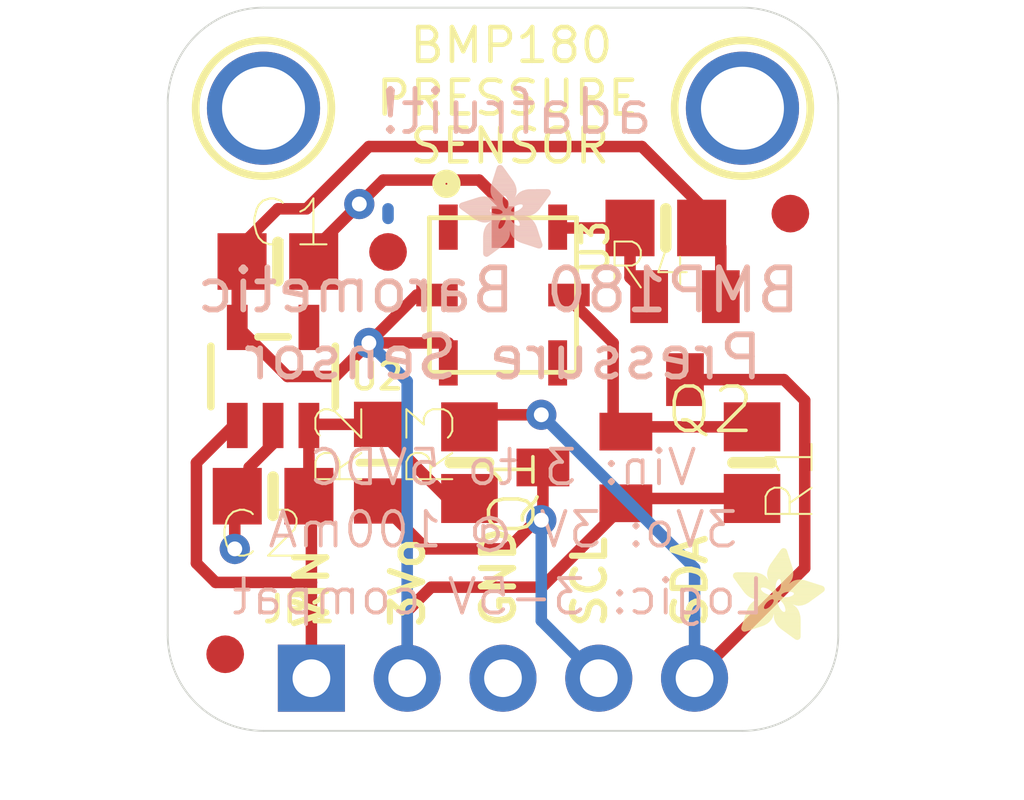
<source format=kicad_pcb>
(kicad_pcb (version 20211014) (generator pcbnew)
  (layers (0 "F.Cu" signal) (31 "B.Cu" signal) (34 "B.Paste" user) (35 "F.Paste" user) (36 "B.SilkS" user "B.Silkscreen") (37 "F.SilkS" user "F.Silkscreen") (38 "B.Mask" user) (39 "F.Mask" user) (44 "Edge.Cuts" user))
  (net 0 "")
  (net 1 "GND")
  (net 2 "SDA_3.3V")
  (net 3 "SCL_3.3V")
  (net 4 "SDA_5.0V")
  (net 5 "SCL_5.0V")
  (net 6 "+3V3")
  (net 7 "+5V")
  (footprint "boardEagle:FIDUCIAL_1MM" (layer "F.Cu") (at 145.4531 101.8921)
    (fp_text reference "U$5" hide)
    (fp_text value "FIDUCIAL" hide)
    (pad "1" smd roundrect (at 0 0) (size 1 1) (layers "F.Cu") (roundrect_rratio 0.5))
  )
  (footprint "boardEagle:1X05_ROUND_70" (layer "F.Cu") (at 148.5011 113.1951)
    (fp_text reference "JP1" (at -6.4262 -1.8288) (layer "F.SilkS") (effects (font (size 0.692831 0.692831) (thickness 0.119969)) (justify left)))
    (fp_text value "")
    (pad "1" thru_hole rect (at -5.08 0 90) (size 1.778 1.778) (drill 1) (layers *.Cu *.Mask) (net 7 "+5V"))
    (pad "2" thru_hole circle (at -2.54 0 90) (size 1.778 1.778) (drill 1) (layers *.Cu *.Mask) (net 6 "+3V3"))
    (pad "3" thru_hole circle (at 0 0 90) (size 1.778 1.778) (drill 1) (layers *.Cu *.Mask) (net 1 "GND"))
    (pad "4" thru_hole circle (at 2.54 0 90) (size 1.778 1.778) (drill 1) (layers *.Cu *.Mask) (net 5 "SCL_5.0V"))
    (pad "5" thru_hole circle (at 5.08 0 90) (size 1.778 1.778) (drill 1) (layers *.Cu *.Mask) (net 4 "SDA_5.0V"))
  )
  (footprint "boardEagle:BMP180_EXTENDED" (layer "F.Cu") (at 148.5011 103.0351 -90)
    (fp_text reference "U3" (at -2.04 -2.448 90) (layer "F.SilkS") (effects (font (size 0.692831 0.692831) (thickness 0.119969)) (justify right)))
    (fp_text value "BMP180")
    (pad "P$1" smd rect (at -1.8 1.45 270) (size 1.2 0.5) (layers "F.Cu" "F.Paste" "F.Mask"))
    (pad "P$2" smd rect (at 0 1.75 270) (size 0.6 1.1) (layers "F.Cu" "F.Paste" "F.Mask") (net 6 "+3V3"))
    (pad "P$3" smd rect (at 1.8 1.45 270) (size 1.2 0.5) (layers "F.Cu" "F.Paste" "F.Mask") (net 6 "+3V3"))
    (pad "P$4" smd rect (at 1.8 -1.45 270) (size 1.2 0.5) (layers "F.Cu" "F.Paste" "F.Mask"))
    (pad "P$5" smd rect (at 0 -1.75 270) (size 0.6 1.1) (layers "F.Cu" "F.Paste" "F.Mask") (net 3 "SCL_3.3V"))
    (pad "P$6" smd rect (at -1.8 -1.45 270) (size 1.2 0.5) (layers "F.Cu" "F.Paste" "F.Mask") (net 2 "SDA_3.3V"))
    (pad "P$7" smd rect (at -1.8 0 270) (size 1.1 0.6) (layers "F.Cu" "F.Paste" "F.Mask") (net 1 "GND"))
  )
  (footprint "boardEagle:ADAFRUIT_2.5MM" (layer "F.Cu") (at 154.5971 112.1791)
    (fp_text reference "U$6" hide)
    (fp_text value "" hide)
  )
  (footprint "boardEagle:0805-NO" (layer "F.Cu") (at 142.4051 108.3691 180)
    (fp_text reference "C2" (at -0.889 -1.016) (layer "F.SilkS") (effects (font (size 1.21668 1.21668) (thickness 0.05332)) (justify right)))
    (fp_text value "10uF")
    (pad "1" smd rect (at -0.95 0 180) (size 1.3 1.5) (layers "F.Cu" "F.Paste" "F.Mask") (net 7 "+5V"))
    (pad "2" smd rect (at 0.95 0 180) (size 1.3 1.5) (layers "F.Cu" "F.Paste" "F.Mask") (net 1 "GND"))
  )
  (footprint "boardEagle:SOT23" (layer "F.Cu") (at 153.3271 104.1781 180)
    (fp_text reference "Q2" (at -1.905 -1.905) (layer "F.SilkS") (effects (font (size 1.176528 1.176528) (thickness 0.093472)) (justify right)))
    (fp_text value "BSS138")
    (pad "1" smd rect (at -0.95 1.1 180) (size 1 1.4) (layers "F.Cu" "F.Paste" "F.Mask") (net 6 "+3V3"))
    (pad "2" smd rect (at 0.95 1.1 180) (size 1 1.4) (layers "F.Cu" "F.Paste" "F.Mask") (net 2 "SDA_3.3V"))
    (pad "3" smd rect (at 0 -1.1 180) (size 1 1.4) (layers "F.Cu" "F.Paste" "F.Mask") (net 4 "SDA_5.0V"))
  )
  (footprint "boardEagle:MOUNTINGHOLE_2.0_PLATED" (layer "F.Cu") (at 142.1511 98.0821)
    (fp_text reference "U$7" hide)
    (fp_text value "MOUNTINGHOLE2.0" hide)
    (pad "P$1" thru_hole circle (at 0 0) (size 3 3) (drill 2.2) (layers *.Cu *.Mask))
  )
  (footprint "boardEagle:FIDUCIAL_1MM" (layer "F.Cu") (at 141.1351 112.5601)
    (fp_text reference "U$1" hide)
    (fp_text value "FIDUCIAL" hide)
    (pad "1" smd roundrect (at 0 0) (size 1 1) (layers "F.Cu") (roundrect_rratio 0.5))
  )
  (footprint "boardEagle:_0805MP" (layer "F.Cu") (at 145.1991 107.4801 90)
    (fp_text reference "R2" (at -0.762 -1.016 90) (layer "F.SilkS") (effects (font (size 1.21668 1.21668) (thickness 0.05332)) (justify left)))
    (fp_text value "10K")
    (pad "1" smd rect (at -1.016 0 90) (size 1.2 1.3) (layers "F.Cu" "F.Paste" "F.Mask") (net 5 "SCL_5.0V"))
    (pad "2" smd rect (at 1.016 0 90) (size 1.2 1.3) (layers "F.Cu" "F.Paste" "F.Mask") (net 7 "+5V"))
  )
  (footprint "boardEagle:SOT23-5" (layer "F.Cu") (at 142.4051 105.1941)
    (fp_text reference "U2" (at 1.978 0) (layer "F.SilkS") (effects (font (size 0.692831 0.692831) (thickness 0.119969)) (justify left)))
    (fp_text value "MIC5225-3.3")
    (pad "1" smd rect (at -0.95 1.3001) (size 0.55 1.2) (layers "F.Cu" "F.Paste" "F.Mask") (net 7 "+5V"))
    (pad "2" smd rect (at 0 1.3001) (size 0.55 1.2) (layers "F.Cu" "F.Paste" "F.Mask") (net 1 "GND"))
    (pad "3" smd rect (at 0.95 1.3001) (size 0.55 1.2) (layers "F.Cu" "F.Paste" "F.Mask") (net 7 "+5V"))
    (pad "4" smd rect (at 0.95 -1.3001) (size 0.55 1.2) (layers "F.Cu" "F.Paste" "F.Mask"))
    (pad "5" smd rect (at -0.95 -1.3001) (size 0.55 1.2) (layers "F.Cu" "F.Paste" "F.Mask") (net 6 "+3V3"))
  )
  (footprint "boardEagle:MOUNTINGHOLE_2.0_PLATED" (layer "F.Cu") (at 154.8511 98.0821)
    (fp_text reference "U$8" hide)
    (fp_text value "MOUNTINGHOLE2.0" hide)
    (pad "P$1" thru_hole circle (at 0 0) (size 3 3) (drill 2.2) (layers *.Cu *.Mask))
  )
  (footprint "boardEagle:0805-NO" (layer "F.Cu") (at 152.8191 101.2571 180)
    (fp_text reference "R4" (at -0.762 -1.016) (layer "F.SilkS") (effects (font (size 1.21668 1.21668) (thickness 0.05332)) (justify right)))
    (fp_text value "10K")
    (pad "1" smd rect (at -0.95 0 180) (size 1.3 1.5) (layers "F.Cu" "F.Paste" "F.Mask") (net 6 "+3V3"))
    (pad "2" smd rect (at 0.95 0 180) (size 1.3 1.5) (layers "F.Cu" "F.Paste" "F.Mask") (net 2 "SDA_3.3V"))
  )
  (footprint "boardEagle:SOT23" (layer "F.Cu") (at 150.6601 107.6071 90)
    (fp_text reference "Q1" (at -1.905 -1.905 90) (layer "F.SilkS") (effects (font (size 1.176528 1.176528) (thickness 0.093472)) (justify left)))
    (fp_text value "BSS138")
    (pad "1" smd rect (at -0.95 1.1 90) (size 1 1.4) (layers "F.Cu" "F.Paste" "F.Mask") (net 6 "+3V3"))
    (pad "2" smd rect (at 0.95 1.1 90) (size 1 1.4) (layers "F.Cu" "F.Paste" "F.Mask") (net 3 "SCL_3.3V"))
    (pad "3" smd rect (at 0 -1.1 90) (size 1 1.4) (layers "F.Cu" "F.Paste" "F.Mask") (net 5 "SCL_5.0V"))
  )
  (footprint "boardEagle:0805-NO" (layer "F.Cu") (at 142.5321 102.1461)
    (fp_text reference "C1" (at -0.889 -1.016) (layer "F.SilkS") (effects (font (size 1.21668 1.21668) (thickness 0.05332)) (justify left)))
    (fp_text value "10uF")
    (pad "1" smd rect (at -0.95 0) (size 1.3 1.5) (layers "F.Cu" "F.Paste" "F.Mask") (net 6 "+3V3"))
    (pad "2" smd rect (at 0.95 0) (size 1.3 1.5) (layers "F.Cu" "F.Paste" "F.Mask") (net 1 "GND"))
  )
  (footprint "boardEagle:FIDUCIAL_1MM" (layer "F.Cu") (at 156.1211 100.8761)
    (fp_text reference "U$15" hide)
    (fp_text value "FIDUCIAL" hide)
    (pad "1" smd roundrect (at 0 0) (size 1 1) (layers "F.Cu") (roundrect_rratio 0.5))
  )
  (footprint "boardEagle:0805-NO" (layer "F.Cu") (at 155.1051 107.4801 -90)
    (fp_text reference "R1" (at -0.762 -1.016 90) (layer "F.SilkS") (effects (font (size 1.21668 1.21668) (thickness 0.05332)) (justify right)))
    (fp_text value "10K")
    (pad "1" smd rect (at -0.95 0 270) (size 1.3 1.5) (layers "F.Cu" "F.Paste" "F.Mask") (net 3 "SCL_3.3V"))
    (pad "2" smd rect (at 0.95 0 270) (size 1.3 1.5) (layers "F.Cu" "F.Paste" "F.Mask") (net 6 "+3V3"))
  )
  (footprint "boardEagle:0805-NO" (layer "F.Cu") (at 147.6121 107.4801 90)
    (fp_text reference "R3" (at -0.762 -1.016 90) (layer "F.SilkS") (effects (font (size 1.21668 1.21668) (thickness 0.05332)) (justify left)))
    (fp_text value "10K")
    (pad "1" smd rect (at -0.95 0 90) (size 1.3 1.5) (layers "F.Cu" "F.Paste" "F.Mask") (net 7 "+5V"))
    (pad "2" smd rect (at 0.95 0 90) (size 1.3 1.5) (layers "F.Cu" "F.Paste" "F.Mask") (net 4 "SDA_5.0V"))
  )
  (footprint "boardEagle:ADAFRUIT_2.5MM" (layer "B.Cu") (at 149.7711 102.0191 180)
    (fp_text reference "U$2" hide)
    (fp_text value "" hide)
  )
  (gr_line (start 157.3911 97.9551) (end 157.3911 112.0521) (layer "Edge.Cuts") (width 0.05))
  (gr_line (start 139.6111 112.0521) (end 139.6111 97.9551) (layer "Edge.Cuts") (width 0.05))
  (gr_line (start 142.1511 95.4151) (end 154.8511 95.4151) (layer "Edge.Cuts") (width 0.05))
  (gr_line (start 154.8511 114.5921) (end 142.1511 114.5921) (layer "Edge.Cuts") (width 0.05))
  (gr_arc (start 154.8511 95.4151) (mid 156.647151 96.159049) (end 157.3911 97.9551) (layer "Edge.Cuts") (width 0.05))
  (gr_arc (start 139.6111 97.9551) (mid 140.355049 96.159049) (end 142.1511 95.4151) (layer "Edge.Cuts") (width 0.05))
  (gr_arc (start 142.1511 114.5921) (mid 140.355049 113.848151) (end 139.6111 112.0521) (layer "Edge.Cuts") (width 0.05))
  (gr_arc (start 157.3911 112.0521) (mid 156.647151 113.848151) (end 154.8511 114.5921) (layer "Edge.Cuts") (width 0.05))
  (gr_text "BMP180 Barometic" (at 148.3741 102.9081) (layer "B.SilkS") (effects (font (size 1.1176 1.1176) (thickness 0.1524)) (justify mirror)))
  (gr_text "adafruit!" (at 152.5651 98.8441) (layer "B.SilkS") (effects (font (size 1.143 1.143) (thickness 0.127)) (justify left bottom mirror)))
  (gr_text "Logic: 3-5V compat" (at 148.3741 111.0361) (layer "B.SilkS") (effects (font (size 0.9144 0.9144) (thickness 0.1016)) (justify mirror)))
  (gr_text "Vin: 3 to 5VDC" (at 148.5011 107.6071) (layer "B.SilkS") (effects (font (size 0.9144 0.9144) (thickness 0.1016)) (justify mirror)))
  (gr_text "3Vo: 3V @ 100mA" (at 148.5011 109.2581) (layer "B.SilkS") (effects (font (size 0.9144 0.9144) (thickness 0.1016)) (justify mirror)))
  (gr_text "Pressure Sensor" (at 148.5011 104.6861) (layer "B.SilkS") (effects (font (size 1.1176 1.1176) (thickness 0.1524)) (justify mirror)))
  (gr_text "VIN" (at 143.9291 111.9251 90) (layer "F.SilkS") (effects (font (size 0.85344 0.85344) (thickness 0.16256)) (justify left bottom)))
  (gr_text "SCL" (at 151.2951 111.9251 90) (layer "F.SilkS") (effects (font (size 0.85344 0.85344) (thickness 0.16256)) (justify left bottom)))
  (gr_text "3Vo" (at 146.4691 111.9251 90) (layer "F.SilkS") (effects (font (size 0.85344 0.85344) (thickness 0.16256)) (justify left bottom)))
  (gr_text "BMP180" (at 145.9611 96.9391) (layer "F.SilkS") (effects (font (size 0.89408 0.89408) (thickness 0.12192)) (justify left bottom)))
  (gr_text "SENSOR" (at 145.9611 99.6061) (layer "F.SilkS") (effects (font (size 0.89408 0.89408) (thickness 0.12192)) (justify left bottom)))
  (gr_text "GND" (at 148.8821 111.9251 90) (layer "F.SilkS") (effects (font (size 0.85344 0.85344) (thickness 0.16256)) (justify left bottom)))
  (gr_text "SDA" (at 153.9621 111.9251 90) (layer "F.SilkS") (effects (font (size 0.85344 0.85344) (thickness 0.16256)) (justify left bottom)))
  (gr_text "PRESSURE" (at 145.0721 98.3361) (layer "F.SilkS") (effects (font (size 0.89408 0.89408) (thickness 0.12192)) (justify left bottom)))
  (segment (start 147.8661 99.9871) (end 148.5011 100.6221) (width 0.3048) (layer "F.Cu") (net 1))
  (segment (start 145.3261 99.9871) (end 144.6911 100.6221) (width 0.3048) (layer "F.Cu") (net 1))
  (segment (start 143.4821 102.1461) (end 143.8021 102.1461) (width 0.3048) (layer "F.Cu") (net 1))
  (segment (start 142.4051 106.9721) (end 141.7701 107.6071) (width 0.3048) (layer "F.Cu") (net 1))
  (segment (start 143.8021 102.1461) (end 143.8021 101.5111) (width 0.3048) (layer "F.Cu") (net 1))
  (segment (start 148.5011 100.6221) (end 148.5011 101.2351) (width 0.3048) (layer "F.Cu") (net 1))
  (segment (start 141.7701 107.6071) (end 141.7701 108.0541) (width 0.3048) (layer "F.Cu") (net 1))
  (segment (start 147.8661 99.9871) (end 145.3261 99.9871) (width 0.3048) (layer "F.Cu") (net 1))
  (segment (start 141.7701 108.0541) (end 141.4551 108.3691) (width 0.3048) (layer "F.Cu") (net 1))
  (segment (start 142.4051 106.4942) (end 142.4051 106.9721) (width 0.3048) (layer "F.Cu") (net 1))
  (segment (start 141.4551 108.3691) (end 141.3891 108.4351) (width 0.3048) (layer "F.Cu") (net 1))
  (segment (start 141.3891 108.4351) (end 141.3891 109.7661) (width 0.3048) (layer "F.Cu") (net 1))
  (segment (start 143.8021 101.5111) (end 144.6911 100.6221) (width 0.3048) (layer "F.Cu") (net 1))
  (via (at 144.6911 100.6221) (size 0.8001) (drill 0.3937) (layers "F.Cu" "B.Cu") (net 1))
  (via (at 141.3891 109.7661) (size 0.8001) (drill 0.3937) (layers "F.Cu" "B.Cu") (net 1))
  (segment (start 145.4531 100.7491) (end 145.4531 101.0031) (width 0.3048) (layer "B.Cu") (net 1))
  (segment (start 141.3891 109.7661) (end 141.3891 110.0201) (width 0.3048) (layer "B.Cu") (net 1))
  (segment (start 151.8691 102.5701) (end 151.8691 101.2571) (width 0.3048) (layer "F.Cu") (net 2))
  (segment (start 152.3771 103.0781) (end 151.8691 102.5701) (width 0.3048) (layer "F.Cu") (net 2))
  (segment (start 150.0341 101.2351) (end 149.9511 101.2351) (width 0.3048) (layer "F.Cu") (net 2))
  (segment (start 150.0561 101.2571) (end 151.8691 101.2571) (width 0.3048) (layer "F.Cu") (net 2))
  (segment (start 150.0561 101.2571) (end 150.0341 101.2351) (width 0.3048) (layer "F.Cu") (net 2))
  (segment (start 151.4221 106.3191) (end 151.4221 104.3051) (width 0.3048) (layer "F.Cu") (net 3))
  (segment (start 151.8871 106.5301) (end 155.1051 106.5301) (width 0.3048) (layer "F.Cu") (net 3))
  (segment (start 151.7601 106.6571) (end 151.4221 106.3191) (width 0.3048) (layer "F.Cu") (net 3))
  (segment (start 150.2511 103.1341) (end 150.2511 103.0351) (width 0.3048) (layer "F.Cu") (net 3))
  (segment (start 151.4221 104.3051) (end 150.2511 103.1341) (width 0.3048) (layer "F.Cu") (net 3))
  (segment (start 151.7601 106.6571) (end 151.8871 106.5301) (width 0.3048) (layer "F.Cu") (net 3))
  (segment (start 156.5021 110.2741) (end 156.5021 105.8291) (width 0.3048) (layer "F.Cu") (net 4))
  (segment (start 147.9321 106.2101) (end 149.5171 106.2101) (width 0.3048) (layer "F.Cu") (net 4))
  (segment (start 147.6121 106.5301) (end 147.9321 106.2101) (width 0.3048) (layer "F.Cu") (net 4))
  (segment (start 153.5811 113.1951) (end 156.5021 110.2741) (width 0.3048) (layer "F.Cu") (net 4))
  (segment (start 156.5021 105.8291) (end 155.9511 105.2781) (width 0.3048) (layer "F.Cu") (net 4))
  (segment (start 155.9511 105.2781) (end 153.3271 105.2781) (width 0.3048) (layer "F.Cu") (net 4))
  (via (at 149.5171 106.2101) (size 0.8001) (drill 0.3937) (layers "F.Cu" "B.Cu") (net 4))
  (segment (start 149.5171 106.2101) (end 153.5811 110.2741) (width 0.3048) (layer "B.Cu") (net 4))
  (segment (start 153.5811 110.2741) (end 153.5811 113.1951) (width 0.3048) (layer "B.Cu") (net 4))
  (segment (start 149.5601 109.1741) (end 149.5601 109.0041) (width 0.3048) (layer "F.Cu") (net 5))
  (segment (start 145.1991 108.4961) (end 146.4691 109.7661) (width 0.3048) (layer "F.Cu") (net 5))
  (segment (start 148.6281 109.7661) (end 149.5601 108.8341) (width 0.3048) (layer "F.Cu") (net 5))
  (segment (start 149.5601 109.0041) (end 149.5601 108.8341) (width 0.3048) (layer "F.Cu") (net 5))
  (segment (start 149.5601 108.8341) (end 149.5601 107.6071) (width 0.3048) (layer "F.Cu") (net 5))
  (segment (start 149.5171 109.0041) (end 149.5601 109.0041) (width 0.3048) (layer "F.Cu") (net 5))
  (segment (start 146.4691 109.7661) (end 148.6281 109.7661) (width 0.3048) (layer "F.Cu") (net 5))
  (via (at 149.5171 109.0041) (size 0.8001) (drill 0.3937) (layers "F.Cu" "B.Cu") (net 5))
  (segment (start 149.5171 111.6711) (end 149.5171 109.0041) (width 0.3048) (layer "B.Cu") (net 5))
  (segment (start 151.0411 113.1951) (end 149.5171 111.6711) (width 0.3048) (layer "B.Cu") (net 5))
  (segment (start 151.7601 108.5571) (end 149.5351 110.7821) (width 0.3048) (layer "F.Cu") (net 6))
  (segment (start 151.8871 108.4301) (end 155.1051 108.4301) (width 0.3048) (layer "F.Cu") (net 6))
  (segment (start 149.5351 110.7821) (end 146.5961 110.7821) (width 0.3048) (layer "F.Cu") (net 6))
  (segment (start 141.5821 102.1461) (end 141.4551 102.1461) (width 0.3048) (layer "F.Cu") (net 6))
  (segment (start 141.4551 103.894) (end 141.486 103.894) (width 0.3048) (layer "F.Cu") (net 6))
  (segment (start 141.5821 102.1461) (end 141.5821 101.6991) (width 0.3048) (layer "F.Cu") (net 6))
  (segment (start 142.5321 100.7491) (end 143.2941 100.7491) (width 0.3048) (layer "F.Cu") (net 6))
  (segment (start 141.5821 101.6991) (end 142.5321 100.7491) (width 0.3048) (layer "F.Cu") (net 6))
  (segment (start 141.4551 102.1461) (end 141.4551 103.894) (width 0.3048) (layer "F.Cu") (net 6))
  (segment (start 143.2941 100.7491) (end 144.9451 99.0981) (width 0.3048) (layer "F.Cu") (net 6))
  (segment (start 147.0511 104.8351) (end 147.0511 104.3051) (width 0.3048) (layer "F.Cu") (net 6))
  (segment (start 141.486 103.894) (end 142.7861 105.1941) (width 0.3048) (layer "F.Cu") (net 6))
  (segment (start 146.2151 103.0351) (end 146.7511 103.0351) (width 0.3048) (layer "F.Cu") (net 6))
  (segment (start 146.5961 110.7821) (end 145.9611 111.4171) (width 0.3048) (layer "F.Cu") (net 6))
  (segment (start 153.7691 100.6831) (end 153.7691 101.2571) (width 0.3048) (layer "F.Cu") (net 6))
  (segment (start 144.0561 105.1941) (end 144.9451 104.3051) (width 0.3048) (layer "F.Cu") (net 6))
  (segment (start 144.9451 99.0981) (end 152.1841 99.0981) (width 0.3048) (layer "F.Cu") (net 6))
  (segment (start 147.0511 104.3051) (end 144.9451 104.3051) (width 0.3048) (layer "F.Cu") (net 6))
  (segment (start 154.2771 101.7651) (end 154.2771 103.0781) (width 0.3048) (layer "F.Cu") (net 6))
  (segment (start 144.9451 104.3051) (end 146.2151 103.0351) (width 0.3048) (layer "F.Cu") (net 6))
  (segment (start 153.7691 101.2571) (end 154.2771 101.7651) (width 0.3048) (layer "F.Cu") (net 6))
  (segment (start 145.9611 111.4171) (end 145.9611 113.1951) (width 0.3048) (layer "F.Cu") (net 6))
  (segment (start 153.8351 101.1911) (end 153.7691 101.2571) (width 0.3048) (layer "F.Cu") (net 6))
  (segment (start 151.7601 108.5571) (end 151.8871 108.4301) (width 0.3048) (layer "F.Cu") (net 6))
  (segment (start 152.1841 99.0981) (end 153.7691 100.6831) (width 0.3048) (layer "F.Cu") (net 6))
  (segment (start 142.7861 105.1941) (end 144.0561 105.1941) (width 0.3048) (layer "F.Cu") (net 6))
  (via (at 144.9451 104.3051) (size 0.8001) (drill 0.3937) (layers "F.Cu" "B.Cu") (net 6))
  (segment (start 144.9451 104.3051) (end 145.9611 105.3211) (width 0.3048) (layer "B.Cu") (net 6))
  (segment (start 145.9611 105.3211) (end 145.9611 113.1951) (width 0.3048) (layer "B.Cu") (net 6))
  (segment (start 141.359 106.4942) (end 140.3731 107.4801) (width 0.3048) (layer "F.Cu") (net 7))
  (segment (start 140.3731 107.4801) (end 140.3731 110.1471) (width 0.3048) (layer "F.Cu") (net 7))
  (segment (start 143.4211 108.4351) (end 143.4211 110.6551) (width 0.3048) (layer "F.Cu") (net 7))
  (segment (start 147.5511 108.3691) (end 147.6121 108.4301) (width 0.3048) (layer "F.Cu") (net 7))
  (segment (start 143.3852 106.4641) (end 145.1991 106.4641) (width 0.3048) (layer "F.Cu") (net 7))
  (segment (start 141.4551 106.4942) (end 141.359 106.4942) (width 0.3048) (layer "F.Cu") (net 7))
  (segment (start 145.1991 106.5911) (end 146.9771 108.3691) (width 0.3048) (layer "F.Cu") (net 7))
  (segment (start 143.3551 106.4942) (end 143.3852 106.4641) (width 0.3048) (layer "F.Cu") (net 7))
  (segment (start 145.1991 106.4641) (end 145.1991 106.5911) (width 0.3048) (layer "F.Cu") (net 7))
  (segment (start 143.3551 106.4942) (end 143.3551 108.3691) (width 0.3048) (layer "F.Cu") (net 7))
  (segment (start 140.3731 110.1471) (end 140.8811 110.6551) (width 0.3048) (layer "F.Cu") (net 7))
  (segment (start 140.8811 110.6551) (end 143.4211 110.6551) (width 0.3048) (layer "F.Cu") (net 7))
  (segment (start 146.9771 108.3691) (end 147.5511 108.3691) (width 0.3048) (layer "F.Cu") (net 7))
  (segment (start 143.4211 110.6551) (end 143.4211 113.1951) (width 0.3048) (layer "F.Cu") (net 7))
  (segment (start 143.3551 108.3691) (end 143.4211 108.4351) (width 0.3048) (layer "F.Cu") (net 7))
)
</source>
